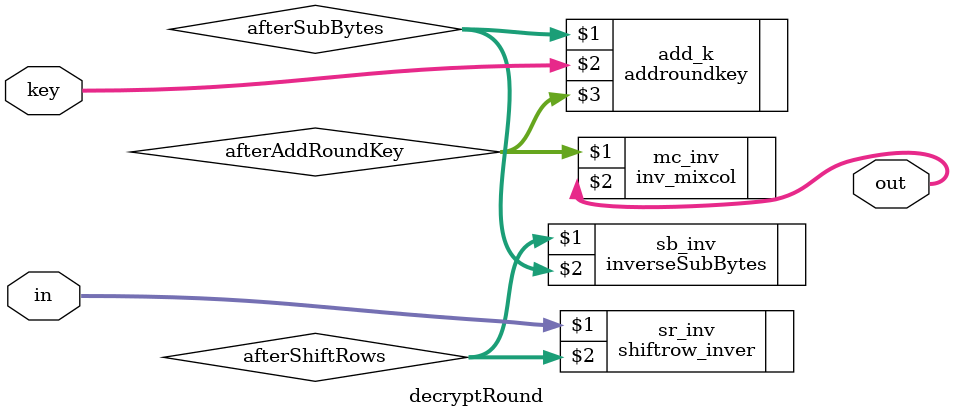
<source format=v>
`timescale 1ns / 1ps


module decryptRound(
input  [127:0] in,
    input  [127:0] key,
    output [127:0] out
);
    wire [127:0] afterShiftRows;
    wire [127:0] afterSubBytes;
    wire [127:0] afterAddRoundKey;

  
    shiftrow_inver sr_inv (in, afterShiftRows);
    inverseSubBytes sb_inv (afterShiftRows, afterSubBytes);
    addroundkey add_k (afterSubBytes, key, afterAddRoundKey);
    inv_mixcol mc_inv (afterAddRoundKey, out);
    
endmodule

</source>
